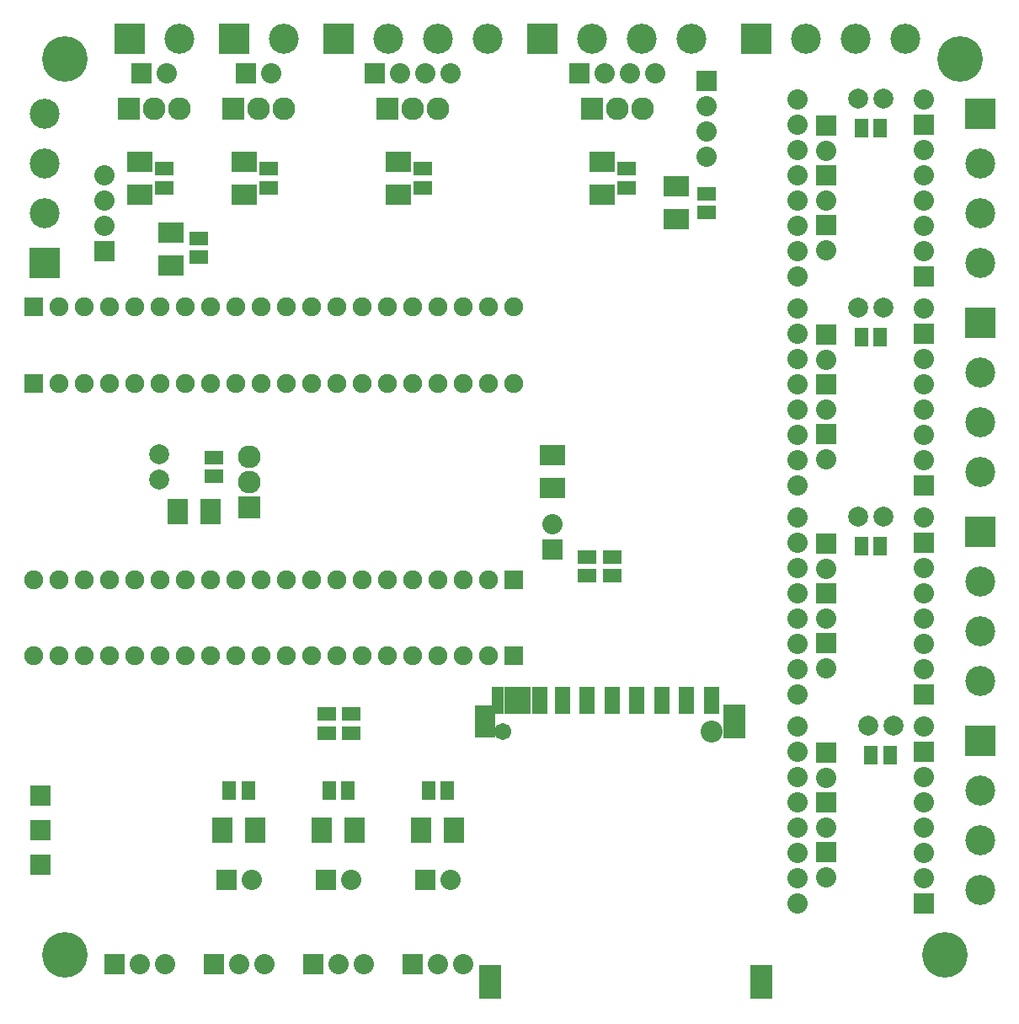
<source format=gts>
G04 (created by PCBNEW-RS274X (2012-01-19 BZR 3256)-stable) date 27/06/2012 6:41:12 PM*
G01*
G70*
G90*
%MOIN*%
G04 Gerber Fmt 3.4, Leading zero omitted, Abs format*
%FSLAX34Y34*%
G04 APERTURE LIST*
%ADD10C,0.006000*%
%ADD11R,0.118400X0.118400*%
%ADD12C,0.118400*%
%ADD13R,0.075000X0.055000*%
%ADD14C,0.090000*%
%ADD15R,0.090000X0.090000*%
%ADD16R,0.075000X0.075000*%
%ADD17C,0.075000*%
%ADD18R,0.080000X0.080000*%
%ADD19C,0.080000*%
%ADD20R,0.100000X0.080000*%
%ADD21R,0.080000X0.100000*%
%ADD22R,0.055000X0.075000*%
%ADD23C,0.079100*%
%ADD24C,0.180000*%
%ADD25R,0.090900X0.138100*%
%ADD26R,0.079100X0.130200*%
%ADD27R,0.047600X0.106600*%
%ADD28R,0.063300X0.106600*%
%ADD29C,0.067200*%
%ADD30C,0.086900*%
%ADD31R,0.063300X0.107000*%
G04 APERTURE END LIST*
G54D10*
G54D11*
X42914Y-25393D03*
G54D12*
X42914Y-27362D03*
X42914Y-29330D03*
X42914Y-31299D03*
G54D11*
X42914Y-33661D03*
G54D12*
X42914Y-35630D03*
X42914Y-37598D03*
X42914Y-39567D03*
G54D11*
X42914Y-17126D03*
G54D12*
X42914Y-19095D03*
X42914Y-21063D03*
X42914Y-23032D03*
G54D11*
X42914Y-08858D03*
G54D12*
X42914Y-10827D03*
X42914Y-12795D03*
X42914Y-14764D03*
G54D11*
X05906Y-14763D03*
G54D12*
X05906Y-12794D03*
X05906Y-10826D03*
X05906Y-08857D03*
G54D11*
X34056Y-05905D03*
G54D12*
X36025Y-05905D03*
X37993Y-05905D03*
X39962Y-05905D03*
G54D11*
X25591Y-05905D03*
G54D12*
X27560Y-05905D03*
X29528Y-05905D03*
X31497Y-05905D03*
G54D11*
X17521Y-05905D03*
G54D12*
X19490Y-05905D03*
X21458Y-05905D03*
X23427Y-05905D03*
G54D11*
X13387Y-05905D03*
G54D12*
X15356Y-05905D03*
G54D11*
X09253Y-05905D03*
G54D12*
X11222Y-05905D03*
G54D13*
X32087Y-12776D03*
X32087Y-12026D03*
X12008Y-14548D03*
X12008Y-13798D03*
X17048Y-33367D03*
X17048Y-32617D03*
X18032Y-33367D03*
X18032Y-32617D03*
X27363Y-27146D03*
X27363Y-26396D03*
X28347Y-27146D03*
X28347Y-26396D03*
X28938Y-11793D03*
X28938Y-11043D03*
X20867Y-11793D03*
X20867Y-11043D03*
X14765Y-11793D03*
X14765Y-11043D03*
G54D14*
X21473Y-08662D03*
X20473Y-08662D03*
G54D15*
X19473Y-08662D03*
G54D14*
X15371Y-08662D03*
X14371Y-08662D03*
G54D15*
X13371Y-08662D03*
G54D14*
X11237Y-08662D03*
X10237Y-08662D03*
G54D15*
X09237Y-08662D03*
G54D14*
X29544Y-08662D03*
X28544Y-08662D03*
G54D15*
X27544Y-08662D03*
G54D14*
X13978Y-22425D03*
X13978Y-23425D03*
G54D15*
X13978Y-24425D03*
G54D16*
X05461Y-19535D03*
G54D17*
X06461Y-19535D03*
X07461Y-19535D03*
X08461Y-19535D03*
X09461Y-19535D03*
X10461Y-19535D03*
X11461Y-19535D03*
X12461Y-19535D03*
X13461Y-19535D03*
X14461Y-19535D03*
X15461Y-19535D03*
X16461Y-19535D03*
X17461Y-19535D03*
X18461Y-19535D03*
X19461Y-19535D03*
X20461Y-19535D03*
X21461Y-19535D03*
X22461Y-19535D03*
X23461Y-19535D03*
X24461Y-19535D03*
X24461Y-16488D03*
X23461Y-16488D03*
X22461Y-16488D03*
X21461Y-16488D03*
X20461Y-16488D03*
X19461Y-16488D03*
X18461Y-16488D03*
X17461Y-16488D03*
X16461Y-16488D03*
X15461Y-16488D03*
X14461Y-16488D03*
X13461Y-16488D03*
X12461Y-16488D03*
X11461Y-16488D03*
X10461Y-16488D03*
X09461Y-16488D03*
X08461Y-16488D03*
X07461Y-16488D03*
X06461Y-16488D03*
G54D16*
X05461Y-16488D03*
X24461Y-27315D03*
G54D17*
X23461Y-27315D03*
X22461Y-27315D03*
X21461Y-27315D03*
X20461Y-27315D03*
X19461Y-27315D03*
X18461Y-27315D03*
X17461Y-27315D03*
X16461Y-27315D03*
X15461Y-27315D03*
X14461Y-27315D03*
X13461Y-27315D03*
X12461Y-27315D03*
X11461Y-27315D03*
X10461Y-27315D03*
X09461Y-27315D03*
X08461Y-27315D03*
X07461Y-27315D03*
X06461Y-27315D03*
X05461Y-27315D03*
X05461Y-30292D03*
X06461Y-30292D03*
X07461Y-30292D03*
X08461Y-30292D03*
X09461Y-30292D03*
X10461Y-30292D03*
X11461Y-30292D03*
X12461Y-30292D03*
X13461Y-30292D03*
X14461Y-30292D03*
X15461Y-30292D03*
X16461Y-30292D03*
X17461Y-30292D03*
X18461Y-30292D03*
X19461Y-30292D03*
X20461Y-30292D03*
X21461Y-30292D03*
X22461Y-30292D03*
X23461Y-30292D03*
G54D16*
X24461Y-30292D03*
G54D18*
X40691Y-15311D03*
G54D19*
X40691Y-14311D03*
X40691Y-13311D03*
X40691Y-12311D03*
X40691Y-11311D03*
X40691Y-10311D03*
G54D18*
X40691Y-09311D03*
G54D19*
X40691Y-08311D03*
X35691Y-08311D03*
X35691Y-09311D03*
X35691Y-10311D03*
X35691Y-11311D03*
X35691Y-12311D03*
X35691Y-13311D03*
X35691Y-14311D03*
X35691Y-15311D03*
G54D18*
X40691Y-31846D03*
G54D19*
X40691Y-30846D03*
X40691Y-29846D03*
X40691Y-28846D03*
X40691Y-27846D03*
X40691Y-26846D03*
G54D18*
X40691Y-25846D03*
G54D19*
X40691Y-24846D03*
X35691Y-24846D03*
X35691Y-25846D03*
X35691Y-26846D03*
X35691Y-27846D03*
X35691Y-28846D03*
X35691Y-29846D03*
X35691Y-30846D03*
X35691Y-31846D03*
G54D18*
X40691Y-23578D03*
G54D19*
X40691Y-22578D03*
X40691Y-21578D03*
X40691Y-20578D03*
X40691Y-19578D03*
X40691Y-18578D03*
G54D18*
X40691Y-17578D03*
G54D19*
X40691Y-16578D03*
X35691Y-16578D03*
X35691Y-17578D03*
X35691Y-18578D03*
X35691Y-19578D03*
X35691Y-20578D03*
X35691Y-21578D03*
X35691Y-22578D03*
X35691Y-23578D03*
G54D18*
X40691Y-40114D03*
G54D19*
X40691Y-39114D03*
X40691Y-38114D03*
X40691Y-37114D03*
X40691Y-36114D03*
X40691Y-35114D03*
G54D18*
X40691Y-34114D03*
G54D19*
X40691Y-33114D03*
X35691Y-33114D03*
X35691Y-34114D03*
X35691Y-35114D03*
X35691Y-36114D03*
X35691Y-37114D03*
X35691Y-38114D03*
X35691Y-39114D03*
X35691Y-40114D03*
G54D20*
X25985Y-23681D03*
X25985Y-22381D03*
G54D21*
X12933Y-37204D03*
X14233Y-37204D03*
X16870Y-37204D03*
X18170Y-37204D03*
X20808Y-37204D03*
X22108Y-37204D03*
X12462Y-24606D03*
X11162Y-24606D03*
G54D22*
X13958Y-35629D03*
X13208Y-35629D03*
G54D13*
X12600Y-22459D03*
X12600Y-23209D03*
G54D22*
X17895Y-35629D03*
X17145Y-35629D03*
X21833Y-35629D03*
X21083Y-35629D03*
X38603Y-34252D03*
X39353Y-34252D03*
X38209Y-17716D03*
X38959Y-17716D03*
X38209Y-25984D03*
X38959Y-25984D03*
X38209Y-09448D03*
X38959Y-09448D03*
G54D18*
X32087Y-07555D03*
G54D19*
X32087Y-08555D03*
X32087Y-09555D03*
X32087Y-10555D03*
G54D18*
X08268Y-14295D03*
G54D19*
X08268Y-13295D03*
X08268Y-12295D03*
X08268Y-11295D03*
G54D18*
X18973Y-07283D03*
G54D19*
X19973Y-07283D03*
X20973Y-07283D03*
X21973Y-07283D03*
G54D18*
X27044Y-07283D03*
G54D19*
X28044Y-07283D03*
X29044Y-07283D03*
X30044Y-07283D03*
G54D18*
X12583Y-42519D03*
G54D19*
X13583Y-42519D03*
X14583Y-42519D03*
G54D18*
X16520Y-42519D03*
G54D19*
X17520Y-42519D03*
X18520Y-42519D03*
G54D18*
X08646Y-42519D03*
G54D19*
X09646Y-42519D03*
X10646Y-42519D03*
G54D18*
X20457Y-42519D03*
G54D19*
X21457Y-42519D03*
X22457Y-42519D03*
G54D18*
X25985Y-26090D03*
G54D19*
X25985Y-25090D03*
G54D18*
X36813Y-27846D03*
G54D19*
X36813Y-28846D03*
G54D18*
X20958Y-39172D03*
G54D19*
X21958Y-39172D03*
G54D18*
X17020Y-39172D03*
G54D19*
X18020Y-39172D03*
G54D18*
X13083Y-39172D03*
G54D19*
X14083Y-39172D03*
G54D18*
X36813Y-13279D03*
G54D19*
X36813Y-14279D03*
G54D18*
X36813Y-29815D03*
G54D19*
X36813Y-30815D03*
G54D18*
X36813Y-11311D03*
G54D19*
X36813Y-12311D03*
G54D18*
X36813Y-09342D03*
G54D19*
X36813Y-10342D03*
G54D18*
X13871Y-07283D03*
G54D19*
X14871Y-07283D03*
G54D18*
X09737Y-07283D03*
G54D19*
X10737Y-07283D03*
G54D18*
X36813Y-34145D03*
G54D19*
X36813Y-35145D03*
G54D18*
X36813Y-17610D03*
G54D19*
X36813Y-18610D03*
G54D18*
X36813Y-36114D03*
G54D19*
X36813Y-37114D03*
G54D18*
X36813Y-19578D03*
G54D19*
X36813Y-20578D03*
G54D18*
X36813Y-38082D03*
G54D19*
X36813Y-39082D03*
G54D18*
X36813Y-21547D03*
G54D19*
X36813Y-22547D03*
G54D18*
X36813Y-25878D03*
G54D19*
X36813Y-26878D03*
G54D18*
X05709Y-37204D03*
X05709Y-38582D03*
X05709Y-35826D03*
G54D23*
X38084Y-24803D03*
X39084Y-24803D03*
X38084Y-16535D03*
X39084Y-16535D03*
X38478Y-33070D03*
X39478Y-33070D03*
X38084Y-08267D03*
X39084Y-08267D03*
X10434Y-23334D03*
X10434Y-22334D03*
G54D24*
X06694Y-06693D03*
X42127Y-06693D03*
X06694Y-42126D03*
X41537Y-42126D03*
G54D13*
X10631Y-11793D03*
X10631Y-11043D03*
G54D20*
X09646Y-12068D03*
X09646Y-10768D03*
X13781Y-12067D03*
X13781Y-10767D03*
X19883Y-12068D03*
X19883Y-10768D03*
X27954Y-12068D03*
X27954Y-10768D03*
X30906Y-13051D03*
X30906Y-11751D03*
X10906Y-14874D03*
X10906Y-13574D03*
G54D25*
X34262Y-43204D03*
X23514Y-43214D03*
G54D26*
X23318Y-32903D03*
G54D27*
X23840Y-32086D03*
X24312Y-32086D03*
G54D28*
X24824Y-32086D03*
X25493Y-32086D03*
X28346Y-32086D03*
X27362Y-32086D03*
X26378Y-32086D03*
X29331Y-32086D03*
X30315Y-32086D03*
X31299Y-32086D03*
G54D29*
X24016Y-33287D03*
G54D30*
X32284Y-33287D03*
G54D31*
X32284Y-32086D03*
G54D25*
X33200Y-32893D03*
M02*

</source>
